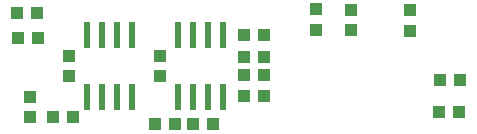
<source format=gbr>
G04 EAGLE Gerber RS-274X export*
G75*
%MOMM*%
%FSLAX34Y34*%
%LPD*%
%INSolderpaste Top*%
%IPPOS*%
%AMOC8*
5,1,8,0,0,1.08239X$1,22.5*%
G01*
%ADD10R,1.050000X1.080000*%
%ADD11R,1.080000X1.050000*%
%ADD12R,0.600000X2.200000*%
%ADD13R,1.100000X1.000000*%
%ADD14R,1.000000X1.100000*%


D10*
X226250Y162600D03*
X243750Y162600D03*
X226250Y147400D03*
X243750Y147400D03*
D11*
X287600Y185450D03*
X287600Y202950D03*
D12*
X106650Y129000D03*
X106650Y181000D03*
X93950Y129000D03*
X119350Y129000D03*
X132050Y129000D03*
X93950Y181000D03*
X119350Y181000D03*
X132050Y181000D03*
X183650Y129000D03*
X183650Y181000D03*
X170950Y129000D03*
X196350Y129000D03*
X209050Y129000D03*
X170950Y181000D03*
X196350Y181000D03*
X209050Y181000D03*
D13*
X367200Y184900D03*
X367200Y201900D03*
X317000Y185600D03*
X317000Y202600D03*
D14*
X243500Y129400D03*
X226500Y129400D03*
X392100Y142800D03*
X409100Y142800D03*
X391700Y115600D03*
X408700Y115600D03*
X243500Y181400D03*
X226500Y181400D03*
D11*
X78000Y163750D03*
X78000Y146250D03*
X155000Y163750D03*
X155000Y146250D03*
D13*
X45000Y112000D03*
X45000Y129000D03*
D14*
X81500Y112000D03*
X64500Y112000D03*
X168000Y105500D03*
X151000Y105500D03*
X200500Y105500D03*
X183500Y105500D03*
X34500Y199500D03*
X51500Y199500D03*
D10*
X34750Y178500D03*
X52250Y178500D03*
M02*

</source>
